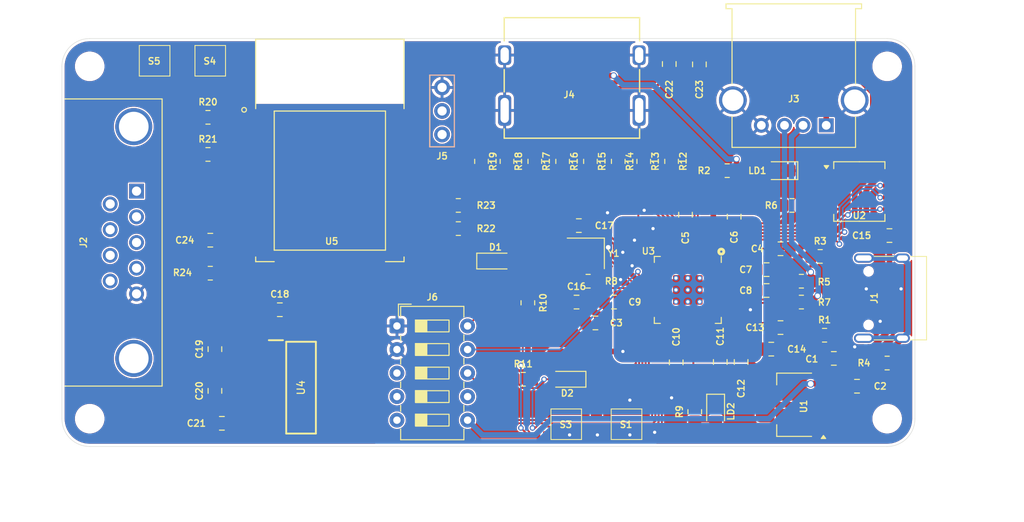
<source format=kicad_pcb>
(kicad_pcb (version 20241229) (generator "pcbnew") (generator_version "9.0")
  (title_block (title "MiniFRANK RM24") (date "2025-03-14") (rev "1.00") (company "Mikhail Matveev") (comment 1 "https://github.com/xtremespb/frank"))
  (layers (0 "F.Cu" signal) (2 "B.Cu" signal) (13 "F.Paste" user) (15 "B.Paste" user) (5 "F.SilkS" user "F.Silkscreen") (7 "B.SilkS" user "B.Silkscreen") (1 "F.Mask" user) (3 "B.Mask" user) (25 "Edge.Cuts" user))
  (net 0 "")
  (net 1 "GND")
  (net 2 "Net-(U3-VREG_VOUT)")
  (net 3 "+3V3")
  (net 4 "VBUS")
  (net 5 "Net-(C16-Pad1)")
  (net 6 "/RP2040/XIN")
  (net 7 "/RS232/V+")
  (net 8 "/RS232/C1-")
  (net 9 "/RS232/C1+")
  (net 10 "/RS232/C2-")
  (net 11 "/RS232/C2+")
  (net 12 "/RS232/V-")
  (net 13 "/RS232/CTS_MAX")
  (net 14 "/GPIO0")
  (net 15 "/GPIO1")
  (net 16 "/GPIO2")
  (net 17 "/GPIO3")
  (net 18 "/RS232/RX_MAX")
  (net 19 "Net-(J1-CC2)")
  (net 20 "Net-(J1-SHIELD)")
  (net 21 "Net-(J1-CC1)")
  (net 22 "/Power/D-")
  (net 23 "/Power/D+")
  (net 25 "/GPIO26")
  (net 27 "/GPIO27")
  (net 28 "/GPIO10")
  (net 29 "/D+")
  (net 30 "/D-")
  (net 31 "/GPIO11")
  (net 32 "/RS232/CTS_IN")
  (net 33 "Net-(J2-Pad1)")
  (net 34 "/RS232/RX_IN")
  (net 35 "/RS232/TX_IN")
  (net 36 "/GPIO21")
  (net 37 "/GPIO20")
  (net 39 "/RS232/RTS_IN")
  (net 40 "Net-(J4-CLKN)")
  (net 41 "Net-(J4-D0P)")
  (net 42 "Net-(J4-D2P)")
  (net 43 "/RUN")
  (net 44 "Net-(J4-CLKP)")
  (net 45 "Net-(J4-D0N)")
  (net 46 "Net-(J4-D1P)")
  (net 48 "Net-(J4-D2N)")
  (net 51 "/GPIO8")
  (net 52 "Net-(J4-D1N)")
  (net 55 "Net-(LD1-A)")
  (net 56 "Net-(LD2-A)")
  (net 57 "Net-(R6-Pad2)")
  (net 58 "/RP2040/QSPI_SS")
  (net 59 "/RP2040/XOUT")
  (net 60 "/RP2040/GPIO25")
  (net 61 "/RP2040/QSPI_SD3")
  (net 62 "/RP2040/QSPI_SD2")
  (net 63 "/RP2040/QSPI_SD1")
  (net 64 "/RP2040/QSPI_SCLK")
  (net 65 "/GPIO9")
  (net 66 "/GPIO12")
  (net 67 "/GPIO13")
  (net 68 "/GPIO14")
  (net 69 "/GPIO15")
  (net 70 "/GPIO16")
  (net 71 "/GPIO17")
  (net 72 "/GPIO18")
  (net 73 "/GPIO19")
  (net 74 "/RP2040/QSPI_SD0")
  (net 75 "/GPIO24")
  (net 76 "/GPIO28")
  (net 77 "/GPIO5")
  (net 78 "/GPIO7")
  (net 79 "/GPIO4")
  (net 80 "/GPIO22")
  (net 81 "/SWD")
  (net 82 "/GPIO6")
  (net 83 "/GPIO23")
  (net 84 "/GPIO29")
  (net 85 "/SWCLK")
  (net 86 "Net-(U3-USB_DP)")
  (net 87 "Net-(U3-USB_DM)")
  (net 88 "/RS232_VBUS")
  (net 89 "/ESP_RXD")
  (net 90 "Net-(U5-RESET)")
  (net 91 "Net-(U5-EN)")
  (net 92 "Net-(U5-IO15)")
  (net 93 "Net-(U5-IO2)")
  (net 94 "Net-(U5-IO0)")
  (net 95 "/ESP_TXD")
  (net 96 "/ESP_GPIO9")
  (net 97 "/ESP_GPIO13")
  (net 98 "/ESP_SCLK")
  (net 99 "/ESP_MISO")
  (net 101 "/ESP_GPIO14")
  (net 102 "/ESP_GPIO12")
  (net 103 "/ESP_GPIO16")
  (net 104 "/ESP_GPIO10")
  (net 105 "/ESP_CSO")
  (net 106 "/ESP_GPIO5")
  (net 107 "/ESP_ADC")
  (net 108 "/ESP_GPIO4")
  (net 109 "/ESP_MOSI")
  (footprint "FRANK:Capacitor (0805)" (layer "F.Cu") (at 135.0375 53.675 180)
    (property "Reference" "C3")
    (property "Value" "100n" (hide yes))
  )
  (footprint "FRANK:Capacitor (0805)" (layer "F.Cu") (at 94.75 64.5 180)
    (property "Reference" "C21")
    (property "Value" "1u" (hide yes))
  )
  (footprint "FRANK:Capacitor (0805)" (layer "F.Cu") (at 163.25 60.5)
    (property "Reference" "C2")
    (property "Value" "10u" (hide yes))
  )
  (footprint "FRANK:Resistor (0805)" (layer "F.Cu") (at 131.5 36.25 -90)
    (property "Reference" "R16")
    (property "Value" "270R" (hide yes))
  )
  (footprint "FRANK:Capacitor (0805)" (layer "F.Cu") (at 133 51.425)
    (property "Reference" "C16")
    (property "Value" "15p" (hide yes))
  )
  (footprint "FRANK:Resistor (0805)" (layer "F.Cu") (at 145.75 63.25 90)
    (property "Reference" "R9")
    (property "Value" "1K" (hide yes))
  )
  (footprint "FRANK:LED (0805)" (layer "F.Cu") (at 155 37.25 180)
    (property "Reference" "LD1")
    (property "Value" "Green" (hide yes))
  )
  (footprint "FRANK:SOT-223" (layer "F.Cu") (at 156.5 62.5 180)
    (property "Reference" "U1")
    (property "Value" "NCP1117 3.3" (hide yes))
  )
  (footprint "FRANK:Resistor (0805)" (layer "F.Cu") (at 122.75 36.25 -90)
    (property "Reference" "R19")
    (property "Value" "270R" (hide yes))
  )
  (footprint "FRANK:Capacitor (0805)" (layer "F.Cu") (at 143 25.75 -90)
    (property "Reference" "C22")
    (property "Value" "10u" (hide yes))
  )
  (footprint "FRANK:Diode (SOD-323)" (layer "F.Cu") (at 132 59.75 180)
    (property "Reference" "D2")
    (property "Value" "1N4148" (hide yes))
  )
  (footprint "FRANK:Resistor (0805)" (layer "F.Cu") (at 137.5 36.25 -90)
    (property "Reference" "R14")
    (property "Value" "270R" (hide yes))
  )
  (footprint "FRANK:Resistor (0805)" (layer "F.Cu") (at 157.25 51.425 180)
    (property "Reference" "R7")
    (property "Value" "27R" (hide yes))
  )
  (footprint "FRANK:SOIC-8" (layer "F.Cu") (at 163.5 39.5)
    (property "Reference" "U2")
    (property "Value" "W25Q128JVSIQ" (hide yes))
  )
  (footprint "FRANK:SOIC127P600X175-16N" (layer "F.Cu") (at 103.288 60.655)
    (property "Reference" "U4")
    (property "Value" "MAX232CSE+" (hide yes))
  )
  (footprint "FRANK:Resistor (0805)" (layer "F.Cu") (at 156.25 41)
    (property "Reference" "R6")
    (property "Value" "1K" (hide yes))
  )
  (footprint "FRANK:Mounting Hole (2.7mm)" (layer "F.Cu") (at 166.5 64)
    (property "Reference" "H3" (hide yes))
    (property "Value" "MountingHole" (hide yes))
  )
  (footprint "FRANK:Capacitor (0805)" (layer "F.Cu") (at 94 56.5 90)
    (property "Reference" "C19")
    (property "Value" "1u" (hide yes))
  )
  (footprint "FRANK:Resistor (0805)" (layer "F.Cu") (at 93.25 35.5)
    (property "Reference" "R21")
    (property "Value" "10K" (hide yes))
  )
  (footprint "FRANK:Resistor (0805)" (layer "F.Cu") (at 134.5 36.25 -90)
    (property "Reference" "R15")
    (property "Value" "270R" (hide yes))
  )
  (footprint "FRANK:LED (0805)" (layer "F.Cu") (at 148 63.225 -90)
    (property "Reference" "LD2")
    (property "Value" "BLUE" (hide yes))
  )
  (footprint "FRANK:Button (SMD, 3x3mm, 1-1)" (layer "F.Cu") (at 130.24 62.95)
    (property "Reference" "S3" (hide yes))
    (property "Value" "Boot" (hide yes))
  )
  (footprint "FRANK:Capacitor (0805)" (layer "F.Cu") (at 137.0375 51.425 180)
    (property "Reference" "C9")
    (property "Value" "100n" (hide yes))
  )
  (footprint "FRANK:USB Type A (single)" (layer "F.Cu") (at 159.93 32.36 180)
    (property "Reference" "J3")
    (property "Value" "676430910" (hide yes))
  )
  (footprint "FRANK:Resistor (0805)" (layer "F.Cu") (at 134.25 49.175 180)
    (property "Reference" "R8")
    (property "Value" "1K" (hide yes))
  )
  (footprint "FRANK:Resistor (0805)" (layer "F.Cu") (at 143.25 36.25 -90)
    (property "Reference" "R12")
    (property "Value" "270R" (hide yes))
  )
  (footprint "FRANK:Capacitor (0805)" (layer "F.Cu") (at 144.75 42 90)
    (property "Reference" "C5")
    (property "Value" "100n" (hide yes))
  )
  (footprint "FRANK:Button (SMD, 3x3mm, 1-1)" (layer "F.Cu") (at 136.74 62.95)
    (property "Reference" "S1" (hide yes))
    (property "Value" "Reset" (hide yes))
  )
  (footprint "FRANK:Mounting Hole (2.7mm)" (layer "F.Cu") (at 80.495 64)
    (property "Reference" "H4" (hide yes))
    (property "Value" "MountingHole" (hide yes))
  )
  (footprint "FRANK:Capacitor (0805)" (layer "F.Cu") (at 101 52.25)
    (property "Reference" "C18")
    (property "Value" "1u" (hide yes))
  )
  (footprint "FRANK:Capacitor (0805)" (layer "F.Cu") (at 94 61 90)
    (property "Reference" "C20")
    (property "Value" "1u" (hide yes))
  )
  (footprint "FRANK:Button (SMD, 3x3mm, 1-1)" (layer "F.Cu") (at 85.845 23.75)
    (property "Reference" "S5" (hide yes))
    (property "Value" "Flash" (hide yes))
  )
  (footprint "FRANK:Capacitor (0805)" (layer "F.Cu") (at 153.5 47.925)
    (property "Reference" "C7")
    (property "Value" "100n" (hide yes))
  )
  (footprint "FRANK:Resistor (0805)" (layer "F.Cu") (at 127.25 59.75)
    (property "Reference" "R11")
    (property "Value" "1K" (hide yes))
  )
  (footprint "FRANK:Capacitor (0805)" (layer "F.Cu") (at 143.75 57.925 -90)
    (property "Reference" "C10")
    (property "Value" "100n" (hide yes))
  )
  (footprint "FRANK:HDMI (female)" (layer "F.Cu") (at 132.5 30.75 180)
    (property "Reference" "J4")
    (property "Value" "HDMI Female" (hide yes))
  )
  (footprint "FRANK:Capacitor (0805)" (layer "F.Cu") (at 160.75 57.5)
    (property "Reference" "C1")
    (property "Value" "10u" (hide yes))
  )
  (footprint "FRANK:Capacitor (0805)" (layer "F.Cu") (at 150 42.2125 90)
    (property "Reference" "C6")
    (property "Value" "100n" (hide yes))
  )
  (footprint "FRANK:DIP Switch (5x5)" (layer "F.Cu") (at 113.63 54)
    (property "Reference" "J6")
    (property "Value" "SD04H0SB" (hide yes))
  )
  (footprint "FRANK:Pin Header (1x03)" (layer "F.Cu") (at 118.5 33.352 180)
    (property "Reference" "J5")
    (property "Value" "ESP8266 Prog" (hide yes))
  )
  (footprint "FRANK:Resistor (0805)" (layer "F.Cu") (at 120.25 43.5 180)
    (property "Reference" "R22")
    (property "Value" "10K" (hide yes))
  )
  (footprint "FRANK:Resistor (0805)" (layer "F.Cu") (at 157.25 49.175 180)
    (property "Reference" "R5")
    (property "Value" "27R" (hide yes))
  )
  (footprint "FRANK:Capacitor (0805)" (layer "F.Cu") (at 148.5 57.8875 -90)
    (property "Reference" "C11")
    (property "Value" "100n" (hide yes))
  )
  (footprint "FRANK:Resistor (0805)" (layer "F.Cu") (at 128.5 36.25 -90)
    (property "Reference" "R17")
    (property "Value" "270R" (hide yes))
  )
  (footprint "FRANK:Mounting Hole (2.7mm)" (layer "F.Cu") (at 80.495 26)
    (property "Reference" "H2" (hide yes))
    (property "Value" "MountingHole" (hide yes))
  )
  (footprint "FRANK:Resistor (0805)" (layer "F.Cu") (at 127.75 51.5 -90)
    (property "Reference" "R10")
    (property "Value" "1K" (hide yes))
  )
  (footprint "FRANK:Resistor (0805)" (layer "F.Cu") (at 93.5 48.31)
    (property "Reference" "R24")
    (property "Value" "10K" (hide yes))
  )
  (footprint "FRANK:ESP8266 ESP-12E" (layer "F.Cu") (at 106.39625 38.5625)
    (property "Reference" "U5")
    (property "Value" "ESP8266-12E_ESP-12E" (hide yes))
  )
  (footprint "FRANK:Capacitor (0805)" (layer "F.Cu") (at 155 54.175)
    (property "Reference" "C13")
    (property "Value" "1u" (hide yes))
  )
  (footprint "FRANK:Diode (SOD-323)" (layer "F.Cu") (at 124.25 47)
    (property "Reference" "D1")
    (property "Value" "1N4148" (hide yes))
  )
  (footprint "FRANK:Mounting Hole (2.7mm)" (layer "F.Cu") (at 166.5 26)
    (property "Reference" "H1" (hide yes))
    (property "Value" "MountingHole" (hide yes))
  )
  (footprint "FRANK:Resistor (0805)" (layer "F.Cu") (at 125.5 36.25 -90)
    (property "Reference" "R18")
    (property "Value" "270R" (hide yes))
  )
  (footprint "FRANK:Resistor (0805)" (layer "F.Cu") (at 159.75 55)
    (property "Reference" "R1")
    (property "Value" "5.1K" (hide yes))
  )
  (footprint "FRANK:Resistor (0805)" (layer "F.Cu") (at 149.25 37.25)
    (property "Reference" "R2")
    (property "Value" "1K" (hide yes))
  )
  (footprint "FRANK:Capacitor (0805)" (layer "F.Cu") (at 93.5 44.75 180)
    (property "Reference" "C24")
    (property "Value" "1u" (hide yes))
  )
  (footprint "FRANK:Resistor (0805)" (layer "F.Cu") (at 93.25 31.5)
    (property "Reference" "R20")
    (property "Value" "10K" (hide yes))
  )
  (footprint "FRANK:Capacitor (0805)" (layer "F.Cu") (at 155 45.675)
    (property "Reference" "C4")
    (property "Value" "100n" (hide yes))
  )
  (footprint "FRANK:Resistor (0805)" (layer "F.Cu") (at 140.25 36.25 -90)
    (property "Reference" "R13")
    (property "Value" "270R" (hide yes))
  )
  (footprint "FRANK:QFN 56" (layer "F.Cu") (at 145 50.1125 -90)
    (property "Reference" "U3")
    (property "Value" "RP2040" (hide yes))
  )
  (footprint "FRANK:Resistor (0805)" (layer "F.Cu") (at 159.279 46.5)
    (property "Reference" "R3")
    (property "Value" "5.1K" (hide yes))
  )
  (footprint "FRANK:Button (SMD, 3x3mm, 1-1)" (layer "F.Cu") (at 91.845 23.75)
    (property "Reference" "S4" (hide yes))
    (property "Value" "Reset" (hide yes))
  )
  (footprint "FRANK:Capacitor (0805)" (layer "F.Cu") (at 166.75 44.25)
    (property "Reference" "C15")
    (property "Value" "100n" (hide yes))
  )
  (footprint "FRANK:Crystal (3225)" (layer "F.Cu") (at 134 46.175 180)
    (property "Reference" "Y1")
    (property "Value" "12 MHz" (hide yes))
  )
  (footprint "FRANK:Capacitor (0805)" (layer "F.Cu") (at 133.25 43.175 180)
    (property "Reference" "C17")
    (property "Value" "15p" (hide yes))
  )
  (footprint "FRANK:Resistor (0805)" (layer "F.Cu") (at 120.25 41 180)
    (property "Reference" "R23")
    (property "Value" "10K" (hide yes))
  )
  (footprint "FRANK:Capacitor (0805)" (layer "F.Cu") (at 146.25 25.7875 90)
    (property "Reference" "C23")
    (property "Value" "100n" (hide yes))
  )
  (footprint "FRANK:Capacitor (0805)" (layer "F.Cu") (at 153.5 50.175)
    (property "Reference" "C8")
    (property "Value" "100n" (hide yes))
  )
  (footprint "FRANK:Capacitor (0805)" (layer "F.Cu") (at 154 56.5)
    (property "Reference" "C14")
    (property "Value" "1u" (hide yes))
  )
  (footprint "FRANK:USB Type C" (layer "F.Cu") (at 170.75 51 90)
    (property "Reference" "J1")
    (property "Value" "USB4215-03-A" (hide yes))
  )
  (footprint "FRANK:D-SUB (9 pin, male, top mount)" (layer "F.Cu") (at 85.545 39.46 -90)
    (property "Reference" "J2")
    (property "Value" "D-SUB 9 Male" (hide yes))
  )
  (footprint "FRANK:Capacitor (0805)" (layer "F.Cu") (at 150.75 57.8875 -90)
    (property "Reference" "C12")
    (property "Value" "100n" (hide yes))
  )
  (footprint "FRANK:Resistor (0805)" (layer "F.Cu") (at 166.5 58)
    (property "Reference" "R4")
    (property "Value" "1M" (hide yes))
  )
  (gr_line (start 80.495 67) (end 166.5 67) (stroke (width 0.05)) (layer "Edge.Cuts"))
  (gr_arc (start 80.495 67) (mid 78.373667 66.121327) (end 77.495 64) (stroke (width 0.05)) (layer "Edge.Cuts"))
  (gr_arc (start 77.495 26) (mid 78.373681 23.878687) (end 80.495 23) (stroke (width 0.05)) (layer "Edge.Cuts"))
  (gr_line (start 169.5 26) (end 169.5 64) (stroke (width 0.05)) (layer "Edge.Cuts"))
  (gr_arc (start 169.5 64) (mid 168.62132 66.12132) (end 166.5 67) (stroke (width 0.05)) (layer "Edge.Cuts"))
  (gr_line (start 77.495 26) (end 77.495 64) (stroke (width 0.05)) (layer "Edge.Cuts"))
  (gr_line (start 80.495 23) (end 166.5 23) (stroke (width 0.05)) (layer "Edge.Cuts"))
  (gr_arc (start 166.5 23) (mid 168.62132 23.87868) (end 169.5 26) (stroke (width 0.05)) (layer "Edge.Cuts"))
  (segment (start 136.415 45.522) (end 136.25 45.687) (width 0.3) (layer "F.Cu") (net 1))
  (segment (start 136.25 45.687) (end 136.25 45.75) (width 0.3) (layer "F.Cu") (net 1))
  (segment (start 141.5625 49.1125) (end 143.45 49.1125) (width 0.3) (layer "F.Cu") (net 1))
  (segment (start 143.45 49.1125) (end 143.725 48.8375) (width 0.3) (layer "F.Cu") (net 1))
  (segment (start 136.25 45.75) (end 139.6125 49.1125) (width 0.3) (layer "F.Cu") (net 1))
  (segment (start 139.6125 49.1125) (end 141.5625 49.1125) (width 0.3) (layer "F.Cu") (net 1))
  (via (at 163 56.25) (size 0.6) (drill 0.35) (layers "F.Cu" "B.Cu") (net 1))
  (via (at 132.25 65.75) (size 0.6) (drill 0.35) (layers "F.Cu" "B.Cu") (net 1))
  (via (at 136.415 45.522) (size 0.7) (drill 0.5) (layers "F.Cu" "B.Cu") (net 1))
  (via (at 141.425383 65.469103) (size 0.6) (drill 0.35) (layers "F.Cu" "B.Cu") (net 1))
  (via (at 138.75 65.75) (size 0.6) (drill 0.35) (layers "F.Cu" "B.Cu") (net 1))
  (via (at 164.25 50) (size 0.6) (drill 0.35) (layers "F.Cu" "B.Cu") (net 1))
  (via (at 138.75 62) (size 0.6) (drill 0.35) (layers "F.Cu" "B.Cu") (net 1))
  (via (at 143.25 61.75) (size 0.6) (drill 0.35) (layers "F.Cu" "B.Cu") (net 1))
  (via (at 135.25 65.75) (size 0.6) (drill 0.35) (layers "F.Cu" "B.Cu") (net 1))
  (via (at 165.75 53.5) (size 0.6) (drill 0.35) (layers "F.Cu" "B.Cu") (net 1))
  (via (at 136.339 41.789) (size 0.6) (drill 0.35) (layers "F.Cu" "B.Cu") (net 1))
  (via (at 168 50) (size 0.6) (drill 0.35) (layers "F.Cu" "B.Cu") (net 1))
  (via (at 140.297 41.527) (size 0.6) (drill 0.35) (layers "F.Cu" "B.Cu") (net 1))
  (segment (start 149.497552 51.9125) (end 151.260052 53.675) (width 0.2) (layer "F.Cu") (net 2))
  (segment (start 148.4375 49.9125) (end 149.758888 49.9125) (width 0.2) (layer "F.Cu") (net 2))
  (segment (start 152.232578 45.675) (end 153.9625 45.675) (width 0.2) (layer "F.Cu") (net 2))
  (segment (start 140.7125 50.7125) (end 137.75 53.675) (width 0.2) (layer "F.Cu") (net 2))
  (segment (start 148.4375 51.9125) (end 149.497552 51.9125) (width 0.2) (layer "F.Cu") (net 2))
  (segment (start 141.5625 50.7125) (end 140.7125 50.7125) (width 0.2) (layer "F.Cu") (net 2))
  (segment (start 151.509 46.398578) (end 152.232578 45.675) (width 0.2) (layer "F.Cu") (net 2))
  (segment (start 148.4375 51.9125) (end 147.0125 51.9125) (width 0.2) (layer "F.Cu") (net 2))
  (segment (start 148.4375 49.9125) (end 147.0125 49.9125) (width 0.2) (layer "F.Cu") (net 2))
  (segment (start 137.75 53.675) (end 136.075 53.675) (width 0.2) (layer "F.Cu") (net 2))
  (segment (start 151.509 48.162388) (end 151.509 46.398578) (width 0.2) (layer "F.Cu") (net 2))
  (segment (start 151.260052 53.675) (end 153.9625 53.675) (width 0.2) (layer "F.Cu") (net 2))
  (segment (start 141.5625 50.7125) (end 142.9625 50.7125) (width 0.2) (layer "F.Cu") (net 2))
  (segment (start 149.758888 49.9125) (end 151.509 48.162388) (width 0.2) (layer "F.Cu") (net 2))
  (segment (start 128.25 58.75) (end 130.25 56.75) (width 0.6) (layer "F.Cu") (net 3))
  (segment (start 164.25 39.302925) (end 165.957925 37.595) (width 0.6) (layer "F.Cu") (net 3))
  (segment (start 162.826 57.924) (end 164.479 56.271) (width 0.6) (layer "F.Cu") (net 3))
  (segment (start 124 27) (end 137 27) (width 0.6) (layer "F.Cu") (net 3))
  (segment (start 114.578188 30.35392) (end 115.25 29.682108) (width 0.6) (layer "F.Cu") (net 3))
  (segment (start 128.25 59.75) (end 128.25 58.75) (width 0.6) (layer "F.Cu") (net 3))
  (segment (start 121.343422 24.343422) (end 124 27) (width 0.6) (layer "F.Cu") (net 3))
  (segment (start 98.262562 30.35392) (end 114.578188 30.35392) (width 0.6) (layer "F.Cu") (net 3))
  (segment (start 93.491821 30.258179) (end 98.166821 30.258179) (width 0.6) (layer "F.Cu") (net 3))
  (segment (start 94.5375 37.7875) (end 92.25 35.5) (width 0.6) (layer "F.Cu") (net 3))
  (segment (start 150.25 36) (end 150.25 37.25) (width 0.6) (layer "F.Cu") (net 3))
  (segment (start 121 33.25) (end 121 40) (width 0.6) (layer "F.Cu") (net 3))
  (segment (start 122.25 32) (end 121 33.25) (width 0.6) (layer "F.Cu") (net 3))
  (segment (start 147.75 39.75) (end 147.75 43.25) (width 0.6) (layer "F.Cu") (net 3))
  (segment (start 153.35 59.45) (end 153.35 62.5) (width 0.6) (layer "F.Cu") (net 3))
  (segment (start 98.166821 30.258179) (end 98.262562 30.35392) (width 0.6) (layer "F.Cu") (net 3))
  (segment (start 128.25 59.75) (end 128.25 59.25) (width 0.6) (layer "F.Cu") (net 3))
  (segment (start 153.35 62.5) (end 159.65 62.5) (width 0.6) (layer "F.Cu") (net 3))
  (segment (start 98.89625 45.5625) (end 95.35 45.5625) (width 0.6) (layer "F.Cu") (net 3))
  (segment (start 121 40) (end 121.25 40.25) (width 0.6) (layer "F.Cu") (net 3))
  (segment (start 92.5 46.7875) (end 92.5 48.31) (width 0.6) (layer "F.Cu") (net 3))
  (segment (start 127.75 58.75) (end 127.75 52.5) (width 0.6) (layer "F.Cu") (net 3))
  (segment (start 115.25 29.682108) (end 115.25 26.25) (width 0.6) (layer "F.Cu") (net 3))
  (segment (start 94.5375 44.75) (end 92.5 46.7875) (width 0.6) (layer "F.Cu") (net 3))
  (segment (start 130.25 56.75) (end 138 56.75) (width 0.6) (layer "F.Cu") (net 3))
  (segment (start 160.2125 62.5) (end 162.2125 60.5) (width 0.6) (layer "F.Cu") (net 3))
  (segment (start 165.7125 44.25) (end 164.25 42.7875) (width 0.6) (layer "F.Cu") (net 3))
  (segment (start 122.25 25.25) (end 122.25 32) (width 0.6) (layer "F.Cu") (net 3))
  (segment (start 128.25 59.25) (end 127.75 58.75) (width 0.6) (layer "F.Cu") (net 3))
  (segment (start 92.25 35.5) (end 92.25 31.5) (width 0.6) (layer "F.Cu") (net 3))
  (segment (start 115.25 26.25) (end 117.156578 24.343422) (width 0.6) (layer "F.Cu") (net 3))
  (segment (start 121.343422 24.343422) (end 122.25 25.25) (width 0.6) (layer "F.Cu") (net 3))
  (segment (start 162.826 58.272292) (end 162.826 57.924) (width 0.6) (layer "F.Cu") (net 3))
  (segment (start 94.5375 44.75) (end 94.5375 37.7875) (width 0.6) (layer "F.Cu") (net 3))
  (segment (start 159.65 62.5) (end 160.2125 62.5) (width 0.6) (layer "F.Cu") (net 3))
  (segment (start 95.35 45.5625) (end 94.5375 44.75) (width 0.6) (layer "F.Cu") (net 3))
  (segment (start 150.25 37.25) (end 147.75 39.75) (width 0.6) (layer "F.Cu") (net 3))
  (segment (start 165.957925 37.595) (end 167 37.595) (width 0.6) (layer "F.Cu") (net 3))
  (segment (start 166.75 45.2875) (end 165.7125 44.25) (width 0.6) (layer "F.Cu") (net 3))
  (segment (start 164.479 56.271) (end 164.913917 56.271) (width 0.6) (layer "F.Cu") (net 3))
  (segment (start 162.2125 58.885792) (end 162.826 58.272292) (width 0.6) (layer "F.Cu") (net 3))
  (segment (start 166.75 54.434917) (end 166.75 45.2875) (width 0.6) (layer "F.Cu") (net 3))
  (segment (start 150.75 56.85) (end 153.35 59.45) (width 0.6) (layer "F.Cu") (net 3))
  (segment (start 92.25 31.5) (end 93.491821 30.258179) (width 0.6) (layer "F.Cu") (net 3))
  (segment (start 164.25 42.7875) (end 164.25 39.302925) (width 0.6) (layer "F.Cu") (net 3))
  (segment (start 117.156578 24.343422) (end 121.343422 24.343422) (width 0.6) (layer "F.Cu") (net 3))
  (segment (start 121.25 40.25) (end 121.25 41) (width 0.6) (layer "F.Cu") (net 3))
  (segment (start 164.913917 56.271) (end 166.75 54.434917) (width 0.6) (layer "F.Cu") (net 3))
  (segment (start 162.2125 60.5) (end 162.2125 58.885792) (width 0.6) (layer "F.Cu") (net 3))
  (via (at 151.75 52.25) (size 0.6) (drill 0.35) (layers "F.Cu" "B.Cu") (net 3))
  (via (at 137.987 46.056) (size 0.6) (drill 0.35) (layers "F.Cu" "B.Cu") (net 3))
  (via (at 141.25 43.5) (size 0.6) (drill 0.35) (layers "F.Cu" "B.Cu") (net 3))
  (via (at 139.25 44.75) (size 0.6) (drill 0.35) (layers "F.Cu" "B.Cu") (net 3))
  (via (at 138.994975 47.505025) (size 0.6) (drill 0.35) (layers "F.Cu" "B.Cu") (net 3))
  (via (at 137 27) (size 0.7) (drill 0.5) (layers "F.Cu" "B.Cu") (net 3))
  (via (at 138 56.75) (size 0.6) (drill 0.35) (layers "F.Cu" "B.Cu") (net 3))
  (via (at 150.25 36) (size 0.7) (drill 0.5) (layers "F.Cu" "B.Cu") (net 3))
  (via (at 137.75 49) (size 0.6) (drill 0.35) (layers "F.Cu" "B.Cu") (net 3))
  (segment (start 137 27) (end 138 28) (width 0.6) (layer "B.Cu") (net 3))
  (segment (start 138 28) (end 141.25 28) (width 0.6) (layer "B.Cu") (net 3))
  (segment (start 149.25 36) (end 150.25 36) (width 0.6) (layer "B.Cu") (net 3))
  (segment (start 141.25 28) (end 149.25 36) (width 0.6) (layer "B.Cu") (net 3))
  (segment (start 163.055 48.55) (end 162.03 48.55) (width 0.6) (layer "F.Cu") (net 4))
  (segment (start 148.6 27.25) (end 157.5 27.25) (width 0.6) (layer "F.Cu") (net 4))
  (segment (start 165.1115 49.748219) (end 163.913281 48.55) (width 0.3) (layer "F.Cu") (net 4))
  (segment (start 163.006 39.484851) (end 164.951 37.539851) (width 0.6) (layer "F.Cu") (net 4))
  (segment (start 161.75 48.27) (end 161.75 46.25) (width 0.6) (layer "F.Cu") (net 4))
  (segment (start 148.175 26.825) (end 148.6 27.25) (width 0.6) (layer "F.Cu") (net 4))
  (segment (start 161.903 53.45) (end 163.055 53.45) (width 0.6) (layer "F.Cu") (net 4))
  (segment (start 143.0375 26.825) (end 143 26.7875) (width 0.6) (layer "F.Cu") (net 4))
  (segment (start 162.03 48.55) (end 161.75 48.27) (width 0.6) (layer "F.Cu") (net 4))
  (segment (start 163.913281 48.55) (end 163.055 48.55) (width 0.3) (layer "F.Cu") (net 4))
  (segment (start 158.3 60.2) (end 158.25 60.25) (width 0.6) (layer "F.Cu") (net 4))
  (segment (start 161.879 53.474) (end 161.903 53.45) (width 0.6) (layer "F.Cu") (net 4))
  (segment (start 159.65 60.2) (end 158.3 60.2) (width 0.6) (layer "F.Cu") (net 4))
  (segment (start 141.5375 28.25) (end 143 26.7875) (width 0.3) (layer "F.Cu") (net 4))
  (segment (start 161.676 56.324) (end 161.879 56.121) (width 0.6) (layer "F.Cu") (net 4))
  (segment (start 165.1115 52.251781) (end 165.1115 49.748219) (width 0.3) (layer "F.Cu") (net 4))
  (segment (start 157.5 27.25) (end 159.93 29.68) (width 0.6) (layer "F.Cu") (net 4))
  (segment (start 163.913281 53.45) (end 165.1115 52.251781) (width 0.3) (layer "F.Cu") (net 4))
  (segment (start 164.951 37.539851) (end 164.951 28.841869) (width 0.6) (layer "F.Cu") (net 4))
  (segment (start 160.609131 24.5) (end 150.5 24.5) (width 0.6) (layer "F.Cu") (net 4))
  (segment (start 159.7125 60.1375) (end 159.65 60.2) (width 0.6) (layer "F.Cu") (net 4))
  (segment (start 137.25 28.25) (end 141.5375 28.25) (width 0.3) (layer "F.Cu") (net 4))
  (segment (start 161.879 56.121) (end 161.879 53.474) (width 0.6) (layer "F.Cu") (net 4))
  (segment (start 161.75 46.25) (end 163.006 44.994) (width 0.6) (layer "F.Cu") (net 4))
  (segment (start 159.7125 57.5) (end 160.8885 56.324) (width 0.6) (layer "F.Cu") (net 4))
  (segment (start 163.055 53.45) (end 163.913281 53.45) (width 0.3) (layer "F.Cu") (net 4))
  (segment (start 163.006 44.994) (end 163.006 39.484851) (width 0.6) (layer "F.Cu") (net 4))
  (segment (start 148.175 26.825) (end 146.25 26.825) (width 0.6) (layer "F.Cu") (net 4))
  (segment (start 159.93 29.68) (end 159.93 32.36) (width 0.6) (layer "F.Cu") (net 4))
  (segment (start 160.8885 56.324) (end 161.676 56.324) (width 0.6) (layer "F.Cu") (net 4))
  (segment (start 159.7125 57.5) (end 159.7125 60.1375) (width 0.6) (layer "F.Cu") (net 4))
  (segment (start 136.5 29) (end 137.25 28.25) (width 0.3) (layer "F.Cu") (net 4))
  (segment (start 136.5 31.51) (end 136.5 29) (width 0.3) (layer "F.Cu") (net 4))
  (segment (start 150.5 24.5) (end 148.175 26.825) (width 0.6) (layer "F.Cu") (net 4))
  (segment (start 164.951 28.841869) (end 160.609131 24.5) (width 0.6) (layer "F.Cu") (net 4))
  (segment (start 146.25 26.825) (end 143.0375 26.825) (width 0.6) (layer "F.Cu") (net 4))
  (via (at 158.25 60.25) (size 0.8) (drill 0.6) (layers "F.Cu" "B.Cu") (net 4))
  (segment (start 122.841 65.751) (end 121.25 64.16) (width 0.6) (layer "B.Cu") (net 4))
  (segment (start 130.312075 64) (end 128.561075 65.751) (width 0.6) (layer "B.Cu") (net 4))
  (segment (start 158.25 60.25) (end 157.5 60.25) (width 0.6) (layer "B.Cu") (net 4))
  (segment (start 153.75 64) (end 130.312075 64) (width 0.6) (layer "B.Cu") (net 4))
  (segment (start 157.5 60.25) (end 153.75 64) (width 0.6) (layer "B.Cu") (net 4))
  (segment (start 128.561075 65.751) (end 122.841 65.751) (width 0.6) (layer "B.Cu") (net 4))
  (segment (start 133.25 47.375) (end 132.9 47.025) (width 0.2) (layer "F.Cu") (net 5))
  (segment (start 133.25 50.1375) (end 133.25 49.175) (width 0.2) (layer "F.Cu") (net 5))
  (segment (start 131.9625 51.425) (end 133.25 50.1375) (width 0.2) (layer "F.Cu") (net 5))
  (segment (start 133.25 49.175) (end 133.25 47.375) (width 0.2) (layer "F.Cu") (net 5))
  (segment (start 136.35 46.600004) (end 136.35 46.575) (width 0.2) (layer "F.Cu") (net 6))
  (segment (start 139.262496 49.5125) (end 136.35 46.600004) (width 0.2) (layer "F.Cu") (net 6))
  (segment (start 141.5625 49.5125) (end 139.262496 49.5125) (width 0.2) (layer "F.Cu") (net 6))
  (segment (start 134.2875 43.175) (end 134.2875 44.5125) (width 0.3) (layer "F.Cu") (net 6))
  (segment (start 136.35 46.575) (end 135.1 45.325) (width 0.2) (layer "F.Cu") (net 6))
  (segment (start 134.2875 44.5125) (end 135.1 45.325) (width 0.3) (layer "F.Cu") (net 6))
  (segment (start 161.75 49.25) (end 160.279 47.779) (width 0.3) (layer "F.Cu") (net 19))
  (segment (start 160.279 47.779) (end 160.279 46.5) (width 0.3) (layer "F.Cu") (net 19))
  (segment (start 163.055 49.25) (end 161.75 49.25) (width 0.3) (layer "F.Cu") (net 19))
  (segment (start 165.5 58) (end 165.5 57.97) (width 0.6) (layer "F.Cu") (net 20))
  (segment (start 165.5 57.97) (end 168.15 55.32) (width 0.6) (layer "F.Cu") (net 20))
  (segment (start 168.751 47.281) (end 168.15 46.68) (width 0.6) (layer "B.Cu") (net 20))
  (segment (start 168.15 55.32) (end 168.751 54.719) (width 0.6) (layer "B.Cu") (net 20))
  (segment (start 163.97 46.68) (end 168.15 46.68) (width 0.6) (layer "B.Cu") (net 20))
  (segment (start 168.751 54.719) (end 168.751 47.281) (width 0.6) (layer "B.Cu") (net 20))
  (segment (start 163.97 55.32) (end 168.15 55.32) (width 0.6) (layer "B.Cu") (net 20))
  (segment (start 163.055 52.25) (end 162.03 52.25) (width 0.3) (layer "F.Cu") (net 21))
  (segment (start 162.03 52.25) (end 160.75 53.53) (width 0.3) (layer "F.Cu") (net 21))
  (segment (start 160.75 53.53) (end 160.75 55) (width 0.3) (layer "F.Cu") (net 21))
  (segment (start 164.081 50.799) (end 164.081 51.749) (width 0.3) (layer "F.Cu") (net 22))
  (segment (start 163.055 50.75) (end 164.032 50.75) (width 0.3) (layer "F.Cu") (net 22))
  (segment (start 164.081 51.749) (end 164.08 51.75) (width 0.3) (layer "F.Cu") (net 22))
  (segment (start 164.08 51.75) (end 163.055 51.75) (width 0.3) (layer "F.Cu") (net 22))
  (segment (start 164.032 50.75) (end 164.081 50.799) (width 0.3) (layer "F.Cu") (net 22))
  (segment (start 162.029 51.249) (end 162.03 51.25) (width 0.3) (layer "F.Cu") (net 23))
  (segment (start 162.029 50.299) (end 162.029 51.249) (width 0.3) (layer "F.Cu") (net 23))
  (segment (start 162.078 50.25) (end 162.029 50.299) (width 0.3) (layer "F.Cu") (net 23))
  (segment (start 162.03 51.25) (end 163.055 51.25) (width 0.3) (layer "F.Cu") (net 23))
  (segment (start 163.055 50.25) (end 162.078 50.25) (width 0.3) (layer "F.Cu") (net 23))
  (segment (start 131.5 37.25) (end 131.5 38) (width 0.2) (layer "F.Cu") (net 28))
  (segment (start 140.623999 40.399) (end 142.8 42.575001) (width 0.2) (layer "F.Cu") (net 28))
  (segment (start 133.899 40.399) (end 140.623999 40.399) (width 0.2) (layer "F.Cu") (net 28))
  (segment (start 131.5 38) (end 133.899 40.399) (width 0.2) (layer "F.Cu") (net 28))
  (segment (start 142.8 42.575001) (end 142.8 46.675) (width 0.2) (layer "F.Cu") (net 28))
  (segment (start 158.267569 49.157431) (end 158.25 49.175) (width 0.6) (layer "F.Cu") (net 29))
  (segment (start 158.267569 48.195601) (end 158.267569 49.157431) (width 0.6) (layer "F.Cu") (net 29))
  (via (at 158.267569 48.195601) (size 0.7) (drill 0.5) (layers "F.Cu" "B.Cu") (net 29))
  (segment (start 155.43 45.28732) (end 155.43 32.36) (width 0.6) (layer "B.Cu") (net 29))
  (segment (start 158.267569 48.195601) (end 158.267569 48.124889) (width 0.6) (layer "B.Cu") (net 29))
  (segment (start 158.267569 48.124889) (end 155.43 45.28732) (width 0.6) (layer "B.Cu") (net 29))
  (segment (start 158.25 51.425) (end 158.325 51.425) (width 0.6) (layer "F.Cu") (net 30))
  (segment (start 158.325 51.425) (end 159 50.75) (width 0.6) (layer "F.Cu") (net 30))
  (via (at 159 50.75) (size 0.7) (drill 0.5) (layers "F.Cu" "B.Cu") (net 30))
  (segment (start 156.181 33.609) (end 157.43 32.36) (width 0.6) (layer "B.Cu") (net 30))
  (segment (start 156.181 44.976246) (end 156.181 33.609) (width 0.6) (layer "B.Cu") (net 30))
  (segment (start 159.068569 50.681431) (end 159.068569 47.863815) (width 0.6) (layer "B.Cu") (net 30))
  (segment (start 159.068569 47.863815) (end 156.181 44.976246) (width 0.6) (layer "B.Cu") (net 30))
  (segment (start 159 50.75) (end 159.068569 50.681431) (width 0.6) (layer "B.Cu") (net 30))
  (segment (start 140.478611 40.75) (end 142.4 42.671389) (width 0.2) (layer "F.Cu") (net 31))
  (segment (start 142.4 42.671389) (end 142.4 46.675) (width 0.2) (layer "F.Cu") (net 31))
  (segment (start 128.5 37.25) (end 132 40.75) (width 0.2) (layer "F.Cu") (net 31))
  (segment (start 132 40.75) (end 140.478611 40.75) (width 0.2) (layer "F.Cu") (net 31))
  (segment (start 133.5 33.11) (end 133.738 33.348) (width 0.3) (layer "F.Cu") (net 40))
  (segment (start 141.61219 33.61219) (end 143.25 35.25) (width 0.3) (layer "F.Cu") (net 40))
  (segment (start 136.88681 33.348) (end 137.151 33.61219) (width 0.3) (layer "F.Cu") (net 40))
  (segment (start 137.151 33.61219) (end 141.61219 33.61219) (width 0.3) (layer "F.Cu") (net 40))
  (segment (start 133.738 33.348) (end 136.88681 33.348) (width 0.3) (layer "F.Cu") (net 40))
  (segment (start 133.5 31.51) (end 133.5 33.11) (width 0.3) (layer "F.Cu") (net 40))
  (segment (start 133.08616 35.25) (end 134.5 35.25) (width 0.3) (layer "F.Cu") (net 41))
  (segment (start 131 33.16384) (end 133.08616 35.25) (width 0.3) (layer "F.Cu") (net 41))
  (segment (start 131 31.51) (end 131 33.16384) (width 0.3) (layer "F.Cu") (net 41))
  (segment (start 128 32.75) (end 127.25 33.5) (width 0.3) (layer "F.Cu") (net 42))
  (segment (start 123.25 33.5) (end 122.75 34) (width 0.3) (layer "F.Cu") (net 42))
  (segment (start 127.25 33.5) (end 123.25 33.5) (width 0.3) (layer "F.Cu") (net 42))
  (segment (start 122.75 34) (end 122.75 35.25) (width 0.3) (layer "F.Cu") (net 42))
  (segment (start 128 31.51) (end 128 32.75) (width 0.3) (layer "F.Cu") (net 42))
  (segment (start 139.398 58.027) (end 139 58.425) (width 0.2) (layer "F.Cu") (net 43))
  (segment (start 136.29 63.495) (end 140.5 63.495) (width 0.2) (layer "F.Cu") (net 43))
  (segment (start 136.25 63.455) (end 136.29 63.495) (width 0.2) (layer "F.Cu") (net 43))
  (segment (start 140.7625 51.9125) (end 139.398 53.277) (width 0.2) (layer "F.Cu") (net 43))
  (segment (start 139.398 53.277) (end 139.398 58.027) (width 0.2) (layer "F.Cu") (net 43))
  (segment (start 137.575 58.425) (end 136.25 59.75) (width 0.2) (layer "F.Cu") (net 43))
  (segment (start 141.5625 51.9125) (end 140.7625 51.9125) (width 0.2) (layer "F.Cu") (net 43))
  (segment (start 136.25 59.75) (end 136.25 63.455) (width 0.2) (layer "F.Cu") (net 43))
  (segment (start 139 58.425) (end 137.575 58.425) (width 0.2) (layer "F.Cu") (net 43))
  (segment (start 133.32681 33.799) (end 136.7 33.799) (width 0.3) (layer "F.Cu") (net 44))
  (segment (start 132.5 31.51) (end 132.5 32.97219) (width 0.3) (layer "F.Cu") (net 44))
  (segment (start 132.5 32.97219) (end 133.32681 33.799) (width 0.3) (layer "F.Cu") (net 44))
  (segment (start 139.349 34.349) (end 140.25 35.25) (width 0.3) (layer "F.Cu") (net 44))
  (segment (start 137.25 34.349) (end 139.349 34.349) (width 0.3) (layer "F.Cu") (net 44))
  (segment (start 136.7 33.799) (end 137.25 34.349) (width 0.3) (layer "F.Cu") (net 44))
  (segment (start 133.14 34.25) (end 136.5 34.25) (width 0.3) (layer "F.Cu") (net 45))
  (segment (start 132 33.11) (end 133.14 34.25) (width 0.3) (layer "F.Cu") (net 45))
  (segment (start 136.5 34.25) (end 137.5 35.25) (width 0.3) (layer "F.Cu") (net 45))
  (segment (start 132 31.51) (end 132 33.11) (width 0.3) (layer "F.Cu") (net 45))
  (segment (start 129.5 34.25) (end 128.5 35.25) (width 0.3) (layer "F.Cu") (net 46))
  (segment (start 129.5 31.51) (end 129.5 34.25) (width 0.3) (layer "F.Cu") (net 46))
  (segment (start 126 34) (end 125.5 34.5) (width 0.3) (layer "F.Cu") (net 48))
  (segment (start 125.5 34.5) (end 125.5 35.25) (width 0.3) (layer "F.Cu") (net 48))
  (segment (start 128.11 34) (end 126 34) (width 0.3) (layer "F.Cu") (net 48))
  (segment (start 129 33.11) (end 128.11 34) (width 0.3) (layer "F.Cu") (net 48))
  (segment (start 129 31.51) (end 129 33.11) (width 0.3) (layer "F.Cu") (net 48))
  (segment (start 137.5 37.25) (end 137.5 38) (width 0.2) (layer "F.Cu") (net 51))
  (segment (start 139.197 39.697) (end 140.914776 39.697) (width 0.2) (layer "F.Cu") (net 51))
  (segment (start 143.6 42.382224) (end 143.6 46.675) (width 0.2) (layer "F.Cu") (net 51))
  (segment (start 137.5 38) (end 139.197 39.697) (width 0.2) (layer "F.Cu") (net 51))
  (segment (start 140.914776 39.697) (end 143.6 42.382224) (width 0.2) (layer "F.Cu") (net 51))
  (segment (start 130.5 31.51) (end 130.5 34.25) (width 0.3) (layer "F.Cu") (net 52))
  (segment (start 130.5 34.25) (end 131.5 35.25) (width 0.3) (layer "F.Cu") (net 52))
  (segment (start 145.75 64.25) (end 148 64.25) (width 0.3) (layer "F.Cu") (net 56))
  (segment (start 129.79 63.495) (end 134 63.495) (width 0.2) (layer "F.Cu") (net 57))
  (segment (start 149.3865 45.539915) (end 151.25 43.676416) (width 0.2) (layer "F.Cu") (net 58))
  (segment (start 155.25 42) (end 155.25 41) (width 0.2) (layer "F.Cu") (net 58))
  (segment (start 154.325 42.925) (end 155.25 42) (width 0.2) (layer "F.Cu") (net 58))
  (segment (start 151.25 43.675) (end 152 42.925) (width 0.2) (layer "F.Cu") (net 58))
  (segment (start 152 42.925) (end 154.325 42.925) (width 0.2) (layer "F.Cu") (net 58))
  (segment (start 148.4375 47.5125) (end 149.1625 47.5125) (width 0.2) (layer "F.Cu") (net 58))
  (segment (start 149.3865 47.2885) (end 149.3865 45.539915) (width 0.2) (layer "F.Cu") (net 58))
  (segment (start 151.25 43.676416) (end 151.25 43.675) (width 0.2) (layer "F.Cu") (net 58))
  (segment (start 149.1625 47.5125) (end 149.3865 47.2885) (width 0.2) (layer "F.Cu") (net 58))
  (segment (start 141.5625 49.9125) (end 135.9875 49.9125) (width 0.2) (layer "F.Cu") (net 59))
  (segment (start 135.9875 49.9125) (end 135.25 49.175) (width 0.2) (layer "F.Cu") (net 59))
  (segment (start 145.6 53.55) (end 145.6 58.775) (width 0.2) (layer "F.Cu") (net 60))
  (segment (start 145.6 58.775) (end 145.75 58.925) (width 0.2) (layer "F.Cu") (net 60))
  (segment (start 145.75 58.925) (end 145.75 62.25) (width 0.2) (layer "F.Cu") (net 60))
  (segment (start 148.4375 49.5125) (end 149.6625 49.5125) (width 0.2) (layer "F.Cu") (net 61))
  (segment (start 165.75 38.865) (end 167 38.865) (width 0.2) (layer "F.Cu") (net 61))
  (segment (start 160.877 44.685) (end 161.354 45.162) (width 0.2) (layer "F.Cu") (net 61))
  (segment (start 151.158 46.25319) (end 152.72619 44.685) (width 0.2) (layer "F.Cu") (net 61))
  (segment (start 151.158 48.017) (end 151.158 46.25319) (width 0.2) (layer "F.Cu") (net 61))
  (segment (start 149.6625 49.5125) (end 151.158 48.017) (width 0.2) (layer "F.Cu") (net 61))
  (segment (start 153.912679 44.685) (end 160.877 44.685) (width 0.2) (layer "F.Cu") (net 61))
  (segment (start 152.72619 44.685) (end 153.912679 44.685) (width 0.2) (layer "F.Cu") (net 61))
  (via (at 165.75 38.865) (size 0.6) (drill 0.35) (layers "F.Cu" "B.Cu") (net 61))
  (via (at 161.354 45.162) (size 0.6) (drill 0.35) (layers "F.Cu" "B.Cu") (net 61))
  (segment (start 163.635 38.865) (end 161.354 41.146) (width 0.2) (layer "B.Cu") (net 61))
  (segment (start 161.354 41.146) (end 161.354 45.162) (width 0.2) (layer "B.Cu") (net 61))
  (segment (start 165.75 38.865) (end 163.635 38.865) (width 0.2) (layer "B.Cu") (net 61))
  (segment (start 152.291608 43.629) (end 156.632836 43.629) (width 0.2) (layer "F.Cu") (net 62))
  (segment (start 148.4375 48.3125) (end 149.355277 48.3125) (width 0.2) (layer "F.Cu") (net 62))
  (segment (start 158.605 41.656836) (end 158.605 40.580001) (width 0.2) (layer "F.Cu") (net 62))
  (segment (start 150.102 47.565777) (end 150.102 45.818608) (width 0.2) (layer "F.Cu") (net 62))
  (segment (start 156.632836 43.629) (end 158.605 41.656836) (width 0.2) (layer "F.Cu") (net 62))
  (segment (start 150.102 45.818608) (end 152.291608 43.629) (width 0.2) (layer "F.Cu") (net 62))
  (segment (start 158.605 40.580001) (end 159.050001 40.135) (width 0.2) (layer "F.Cu") (net 62))
  (segment (start 159.050001 40.135) (end 160 40.135) (width 0.2) (layer "F.Cu") (net 62))
  (segment (start 149.355277 48.3125) (end 150.102 47.565777) (width 0.2) (layer "F.Cu") (net 62))
  (segment (start 149.7375 45.685304) (end 152.145804 43.277) (width 0.2) (layer "F.Cu") (net 63))
  (segment (start 158.254 39.413) (end 158.802 38.865) (width 0.2) (layer "F.Cu") (net 63))
  (segment (start 158.254 41.511448) (end 158.254 39.413) (width 0.2) (layer "F.Cu") (net 63))
  (segment (start 156.488448 43.277) (end 158.254 41.511448) (width 0.2) (layer "F.Cu") (net 63))
  (segment (start 149.258888 47.9125) (end 149.7375 47.433888) (width 0.2) (layer "F.Cu") (net 63))
  (segment (start 149.7375 47.433888) (end 149.7375 45.685304) (width 0.2) (layer "F.Cu") (net 63))
  (segment (start 152.145804 43.277) (end 156.488448 43.277) (width 0.2) (layer "F.Cu") (net 63))
  (segment (start 158.802 38.865) (end 160 38.865) (width 0.2) (layer "F.Cu") (net 63))
  (segment (start 148.4375 47.9125) (end 149.258888 47.9125) (width 0.2) (layer "F.Cu") (net 63))
  (segment (start 161.167 44.333) (end 153.636 44.333) (width 0.2) (layer "F.Cu") (net 64))
  (segment (start 150.806 47.854553) (end 150.806 46.110216) (width 0.2) (layer "F.Cu") (net 64))
  (segment (start 152.583216 44.333) (end 153.636 44.333) (width 0.2) (layer "F.Cu") (net 64))
  (segment (start 165.75 40.153) (end 166.982 40.153) (width 0.2) (layer "F.Cu") (net 64))
  (segment (start 161.904 43.875) (end 161.625 43.875) (width 0.2) (layer "F.Cu") (net 64))
  (segment (start 148.4375 49.1125) (end 149.548053 49.1125) (width 0.2) (layer "F.Cu") (net 64))
  (segment (start 150.806 46.110216) (end 152.583216 44.333) (width 0.2) (layer "F.Cu") (net 64))
  (segment (start 153.636 44.333) (end 153.766876 44.333) (width 0.2) (layer "F.Cu") (net 64))
  (segment (start 161.625 43.875) (end 161.167 44.333) (width 0.2) (layer "F.Cu") (net 64))
  (segment (start 149.548053 49.1125) (end 150.806 47.854553) (width 0.2) (layer "F.Cu") (net 64))
  (segment (start 166.982 40.153) (end 167 40.135) (width 0.2) (layer "F.Cu") (net 64))
  (via (at 161.904 43.875) (size 0.6) (drill 0.35) (layers "F.Cu" "B.Cu") (net 64))
  (via (at 165.75 40.153) (size 0.6) (drill 0.35) (layers "F.Cu" "B.Cu") (net 64))
  (segment (start 161.705 43.676) (end 161.705 41.291388) (width 0.2) (layer "B.Cu") (net 64))
  (segment (start 161.705 41.291388) (end 163.780388 39.216) (width 0.2) (layer "B.Cu") (net 64))
  (segment (start 163.780388 39.216) (end 164.813 39.216) (width 0.2) (layer "B.Cu") (net 64))
  (segment (start 164.813 39.216) (end 165.75 40.153) (width 0.2) (layer "B.Cu") (net 64))
  (segment (start 161.904 43.875) (end 161.705 43.676) (width 0.2) (layer "B.Cu") (net 64))
  (segment (start 134.5 38) (end 136.548 40.048) (width 0.2) (layer "F.Cu") (net 65))
  (segment (start 143.2 42.478612) (end 143.2 46.675) (width 0.2) (layer "F.Cu") (net 65))
  (segment (start 134.5 37.25) (end 134.5 38) (width 0.2) (layer "F.Cu") (net 65))
  (segment (start 140.769387 40.048) (end 143.2 42.478612) (width 0.2) (layer "F.Cu") (net 65))
  (segment (start 136.548 40.048) (end 140.769387 40.048) (width 0.2) (layer "F.Cu") (net 65))
  (segment (start 125.5 37.25) (end 129.402612 41.152612) (width 0.2) (layer "F.Cu") (net 66))
  (segment (start 139.093363 41.152612) (end 139.663 41.722249) (width 0.2) (layer "F.Cu") (net 66))
  (segment (start 139.801 46.539042) (end 140.774458 47.5125) (width 0.2) (layer "F.Cu") (net 66))
  (segment (start 139.663 44.383768) (end 139.801 44.521768) (width 0.2) (layer "F.Cu") (net 66))
  (segment (start 139.663 41.722249) (end 139.663 44.383768) (width 0.2) (layer "F.Cu") (net 66))
  (segment (start 139.801 44.521768) (end 139.801 46.539042) (width 0.2) (layer "F.Cu") (net 66))
  (segment (start 140.774458 47.5125) (end 141.5625 47.5125) (width 0.2) (layer "F.Cu") (net 66))
  (segment (start 129.402612 41.152612) (end 139.093363 41.152612) (width 0.2) (layer "F.Cu") (net 66))
  (segment (start 135.630232 41.883843) (end 135.25 41.503612) (width 0.2) (layer "F.Cu") (net 67))
  (segment (start 141.5625 47.9125) (end 140.521975 47.9125) (width 0.2) (layer "F.Cu") (net 67))
  (segment (start 140.521975 47.9125) (end 140.521975 47.756405) (width 0.2) (layer "F.Cu") (net 67))
  (segment (start 140.521975 47.756405) (end 137.80757 45.042) (width 0.2) (layer "F.Cu") (net 67))
  (segment (start 127.003612 41.503612) (end 122.75 37.25) (width 0.2) (layer "F.Cu") (net 67))
  (segment (start 135.630232 43.296232) (end 135.630232 41.883843) (width 0.2) (layer "F.Cu") (net 67))
  (segment (start 135.25 41.503612) (end 127.003612 41.503612) (width 0.2) (layer "F.Cu") (net 67))
  (segment (start 137.376 45.042) (end 135.630232 43.296232) (width 0.2) (layer "F.Cu") (net 67))
  (segment (start 137.80757 45.042) (end 137.376 45.042) (width 0.2) (layer "F.Cu") (net 67))
  (segment (start 124.75 50.25) (end 124.75 50.5) (width 0.2) (layer "F.Cu") (net 68))
  (segment (start 139.169946 46.900764) (end 137.967864 46.900764) (width 0.2) (layer "F.Cu") (net 68))
  (segment (start 137.967864 46.900764) (end 137.025 45.9579) (width 0.2) (layer "F.Cu") (net 68))
  (segment (start 132.815448 42.25) (end 132.764448 42.199) (width 0.2) (layer "F.Cu") (net 68))
  (segment (start 140.170975 48.3125) (end 140.170975 47.901793) (width 0.2) (layer "F.Cu") (net 68))
  (segment (start 133.684552 42.25) (end 132.815448 42.25) (width 0.2) (layer "F.Cu") (net 68))
  (segment (start 129.25 45.75) (end 124.75 50.25) (width 0.2) (layer "F.Cu") (net 68))
  (segment (start 141.5625 48.3125) (end 140.170975 48.3125) (width 0.2) (layer "F.Cu") (net 68))
  (segment (start 137.025 45.187388) (end 135.126 43.288388) (width 0.2) (layer "F.Cu") (net 68))
  (segment (start 135.126 42.215536) (end 135.109464 42.199) (width 0.2) (layer "F.Cu") (net 68))
  (segment (start 124.75 50.5) (end 121.25 54) (width 0.2) (layer "F.Cu") (net 68))
  (segment (start 137.025 45.9579) (end 137.025 45.187388) (width 0.2) (layer "F.Cu") (net 68))
  (segment (start 140.170975 47.901793) (end 139.169946 46.900764) (width 0.2) (layer "F.Cu") (net 68))
  (segment (start 135.109464 42.199) (end 133.735552 42.199) (width 0.2) (layer "F.Cu") (net 68))
  (segment (start 132.764448 42.199) (end 130.796 42.199) (width 0.2) (layer "F.Cu") (net 68))
  (segment (start 130.796 42.199) (end 129.25 43.745) (width 0.2) (layer "F.Cu") (net 68))
  (segment (start 133.735552 42.199) (end 133.684552 42.25) (width 0.2) (layer "F.Cu") (net 68))
  (segment (start 129.25 43.745) (end 129.25 45.75) (width 0.2) (layer "F.Cu") (net 68))
  (segment (start 135.126 43.288388) (end 135.126 42.215536) (width 0.2) (layer "F.Cu") (net 68))
  (segment (start 139.619975 48.380025) (end 139.619975 48.130025) (width 0.2) (layer "F.Cu") (net 69))
  (segment (start 139.95245 48.7125) (end 139.619975 48.380025) (width 0.2) (layer "F.Cu") (net 69))
  (segment (start 141.5625 48.7125) (end 139.95245 48.7125) (width 0.2) (layer "F.Cu") (net 69))
  (via (at 139.619975 48.130025) (size 0.6) (drill 0.35) (layers "F.Cu" "B.Cu") (net 69))
  (segment (start 131.21 56.54) (end 139.619975 48.130025) (width 0.2) (layer "B.Cu") (net 69))
  (segment (start 121.25 56.54) (end 131.21 56.54) (width 0.2) (layer "B.Cu") (net 69))
  (segment (start 126.316 64.146) (end 121.25 59.08) (width 0.2) (layer "F.Cu") (net 70))
  (segment (start 139.75 60) (end 141.151 61.401) (width 0.2) (layer "F.Cu") (net 70))
  (segment (start 140.8625 52.3125) (end 139.75 53.425) (width 0.2) (layer "F.Cu") (net 70))
  (segment (start 139.75 53.425) (end 139.75 60) (width 0.2) (layer "F.Cu") (net 70))
  (segment (start 141.151 61.401) (end 141.151 64.00262) (width 0.2) (layer "F.Cu") (net 70))
  (segment (start 141.00762 64.146) (end 126.316 64.146) (width 0.2) (layer "F.Cu") (net 70))
  (segment (start 141.5625 52.3125) (end 140.8625 52.3125) (width 0.2) (layer "F.Cu") (net 70))
  (segment (start 141.151 64.00262) (end 141.00762 64.146) (width 0.2) (layer "F.Cu") (net 70))
  (segment (start 140.958888 52.7125) (end 140.373194 53.298194) (width 0.2) (layer "F.Cu") (net 71))
  (segment (start 129.032844 64.5) (end 128.532844 65) (width 0.2) (layer "F.Cu") (net 71))
  (segment (start 140.101 59.854613) (end 141.502 61.255612) (width 0.2) (layer "F.Cu") (net 71))
  (segment (start 141.5625 52.7125) (end 140.958888 52.7125) (width 0.2) (layer "F.Cu") (net 71))
  (segment (start 140.101 58.351) (end 140.101 58.425) (width 0.2) (layer "F.Cu") (net 71))
  (segment (start 128.814448 60.701) (end 127.201 60.701) (width 0.2) (layer "F.Cu") (net 71))
  (segment (start 129.5 59.75) (end 129.5 60.015448) (width 0.2) (layer "F.Cu") (net 71))
  (segment (start 140.101 53.570388) (end 140.101 58.351) (width 0.2) (layer "F.Cu") (net 71))
  (segment (start 141.502 61.255612) (end 141.502 64.248) (width 0.2) (layer "F.Cu") (net 71))
  (segment (start 141.502 64.248) (end 141.25 64.5) (width 0.2) (layer "F.Cu") (net 71))
  (segment (start 140.101 58.351) (end 140.101 59.854613) (width 0.2) (layer "F.Cu") (net 71))
  (segment (start 127.201 60.701) (end 126.25 59.75) (width 0.2) (layer "F.Cu") (net 71))
  (segment (start 141.25 64.5) (end 129.032844 64.5) (width 0.2) (layer "F.Cu") (net 71))
  (segment (start 129.5 60.015448) (end 128.814448 60.701) (width 0.2) (layer "F.Cu") (net 71))
  (segment (start 128.532844 65) (end 128.25 65) (width 0.2) (layer "F.Cu") (net 71))
  (segment (start 140.373194 53.298194) (end 140.101 53.570388) (width 0.2) (layer "F.Cu") (net 71))
  (segment (start 129.5 59.75) (end 130.75 59.75) (width 0.2) (layer "F.Cu") (net 71))
  (via (at 129.5 59.75) (size 0.6) (drill 0.35) (layers "F.Cu" "B.Cu") (net 71))
  (via (at 128.25 65) (size 0.6) (drill 0.35) (layers "F.Cu" "B.Cu") (net 71))
  (segment (start 128.25 61) (end 129.5 59.75) (width 0.2) (layer "B.Cu") (net 71))
  (segment (start 128.25 65) (end 128.25 61) (width 0.2) (layer "B.Cu") (net 71))
  (segment (start 141.395388 64.851) (end 129.178232 64.851) (width 0.2) (layer "F.Cu") (net 72))
  (segment (start 129.178232 64.851) (end 128.279232 65.75) (width 0.2) (layer "F.Cu") (net 72))
  (segment (start 141.853 61.110224) (end 141.853 64.393388) (width 0.2) (layer "F.Cu") (net 72))
  (segment (start 127.75 65.75) (end 127 65) (width 0.2) (layer "F.Cu") (net 72))
  (segment (start 126.799 51.451) (end 127.75 50.5) (width 0.2) (layer "F.Cu") (net 72))
  (segment (start 142.4 53.55) (end 142.4 54.275) (width 0.2) (layer "F.Cu") (net 72))
  (segment (start 127.199 53.464448) (end 126.799 53.064448) (width 0.2) (layer "F.Cu") (net 72))
  (segment (start 128.279232 65.75) (end 127.75 65.75) (width 0.2) (layer "F.Cu") (net 72))
  (segment (start 142.4 54.275) (end 140.452 56.222999) (width 0.2) (layer "F.Cu") (net 72))
  (segment (start 126.799 53.064448) (end 126.799 51.451) (width 0.2) (layer "F.Cu") (net 72))
  (segment (start 140.452 56.222999) (end 140.452 59.709224) (width 0.2) (layer "F.Cu") (net 72))
  (segment (start 141.853 64.393388) (end 141.395388 64.851) (width 0.2) (layer "F.Cu") (net 72))
  (segment (start 140.452 59.709224) (end 141.853 61.110224) (width 0.2) (layer "F.Cu") (net 72))
  (segment (start 127 58.25) (end 127.199 58.051) (width 0.2) (layer "F.Cu") (net 72))
  (segment (start 127.199 58.051) (end 127.199 53.464448) (width 0.2) (layer "F.Cu") (net 72))
  (via (at 127 65) (size 0.6) (drill 0.35) (layers "F.Cu" "B.Cu") (net 72))
  (via (at 127 58.25) (size 0.6) (drill 0.35) (layers "F.Cu" "B.Cu") (net 72))
  (segment (start 127 65) (end 127 58.25) (width 0.2) (layer "B.Cu") (net 72))
  (segment (start 142.8 53.55) (end 142.8 54.375) (width 0.2) (layer "F.Cu") (net 73))
  (segment (start 111.491 66.401) (end 108.92 63.83) (width 0.2) (layer "F.Cu") (net 73))
  (segment (start 142.8 54.375) (end 142 55.175) (width 0.2) (layer "F.Cu") (net 73))
  (segment (start 142.204 64.546) (end 142 64.75) (width 0.2) (layer "F.Cu") (net 73))
  (segment (start 140.803 59.563836) (end 142.204 60.964836) (width 0.2) (layer "F.Cu") (net 73))
  (segment (start 142 65.814759) (end 141.413759 66.401) (width 0.2) (layer "F.Cu") (net 73))
  (segment (start 141.996388 55.175) (end 140.803 56.368388) (width 0.2) (layer "F.Cu") (net 73))
  (segment (start 142.204 60.964836) (end 142.204 64.546) (width 0.2) (layer "F.Cu") (net 73))
  (segment (start 108.92 63.83) (end 106 63.83) (width 0.2) (layer "F.Cu") (net 73))
  (segment (start 142 55.175) (end 141.996388 55.175) (width 0.2) (layer "F.Cu") (net 73))
  (segment (start 140.803 56.368388) (end 140.803 59.563836) (width 0.2) (layer "F.Cu") (net 73))
  (segment (start 142 64.75) (end 142 65.814759) (width 0.2) (layer "F.Cu") (net 73))
  (segment (start 141.413759 66.401) (end 111.491 66.401) (width 0.2) (layer "F.Cu") (net 73))
  (segment (start 162.255 42.024) (end 161.976 42.024) (width 0.2) (layer "F.Cu") (net 74))
  (segment (start 150.454 47.710165) (end 149.451665 48.7125) (width 0.2) (layer "F.Cu") (net 74))
  (segment (start 152.437412 43.981) (end 150.454 45.964412) (width 0.2) (layer "F.Cu") (net 74))
  (segment (start 165.742333 41.405) (end 165.730331 41.392998) (width 0.2) (layer "F.Cu") (net 74))
  (segment (start 161.976 42.024) (end 160.019 43.981) (width 0.2) (layer "F.Cu") (net 74))
  (segment (start 150.454 45.964412) (end 150.454 47.710165) (width 0.2) (layer "F.Cu") (net 74))
  (segment (start 160.019 43.981) (end 152.437412 43.981) (width 0.2) (layer "F.Cu") (net 74))
  (segment (start 167 41.405) (end 165.742333 41.405) (width 0.2) (layer "F.Cu") (net 74))
  (segment (start 149.451665 48.7125) (end 148.4375 48.7125) (width 0.2) (layer "F.Cu") (net 74))
  (via (at 165.730331 41.392998) (size 0.6) (drill 0.35) (layers "F.Cu" "B.Cu") (net 74))
  (via (at 162.255 42.024) (size 0.6) (drill 0.35) (layers "F.Cu" "B.Cu") (net 74))
  (segment (start 165.623329 41.5) (end 165.730331 41.392998) (width 0.2) (layer "B.Cu") (net 74))
  (segment (start 162.255 42.024) (end 162.779 41.5) (width 0.2) (layer "B.Cu") (net 74))
  (segment (start 162.779 41.5) (end 165.623329 41.5) (width 0.2) (layer "B.Cu") (net 74))
  (segment (start 144.4 46.675) (end 144.4 45.340447) (width 0.2) (layer "F.Cu") (net 78))
  (segment (start 145.726 44.014447) (end 145.726 40.410552) (width 0.2) (layer "F.Cu") (net 78))
  (segment (start 145.726 40.410552) (end 145.439448 40.124) (width 0.2) (layer "F.Cu") (net 78))
  (segment (start 144.4 45.340447) (end 145.726 44.014447) (width 0.2) (layer "F.Cu") (net 78))
  (segment (start 140.25 37.75) (end 140.25 37.25) (width 0.2) (layer "F.Cu") (net 78))
  (segment (start 142.874 40.124) (end 140.25 37.5) (width 0.2) (layer "F.Cu") (net 78))
  (segment (start 140.25 37.5) (end 140.25 37.25) (width 0.2) (layer "F.Cu") (net 78))
  (segment (start 145.439448 40.124) (end 142.874 40.124) (width 0.2) (layer "F.Cu") (net 78))
  (segment (start 144.8 45.436836) (end 146.077 44.159835) (width 0.2) (layer "F.Cu") (net 82))
  (segment (start 146.077 44.159835) (end 146.077 40.077) (width 0.2) (layer "F.Cu") (net 82))
  (segment (start 146.077 40.077) (end 143.25 37.25) (width 0.2) (layer "F.Cu") (net 82))
  (segment (start 144.8 46.675) (end 144.8 45.436836) (width 0.2) (layer "F.Cu") (net 82))
  (segment (start 148.476 51.151) (end 155.089448 51.151) (width 0.2) (layer "F.Cu") (net 86))
  (segment (start 155.089448 51.151) (end 155.399 50.841448) (width 0.2) (layer "F.Cu") (net 86))
  (segment (start 156.25 49.490448) (end 156.25 49.175) (width 0.2) (layer "F.Cu") (net 86))
  (segment (start 148.4375 51.1125) (end 148.476 51.151) (width 0.2) (layer "F.Cu") (net 86))
  (segment (start 155.399 50.841448) (end 155.399 50.026) (width 0.2) (layer "F.Cu") (net 86))
  (segment (start 155.399 50.026) (end 156.25 49.175) (width 0.2) (layer "F.Cu") (net 86))
  (segment (start 148.4375 51.5125) (end 156.1625 51.5125) (width 0.2) (layer "F.Cu") (net 87))
  (segment (start 156.1625 51.5125) (end 156.25 51.425) (width 0.2) (layer "F.Cu") (net 87))
  (zone (net 2) (net_name "Net-(U3-VREG_VOUT)") (layer "F.Cu") (priority 30) (connect_pads no (clearance 0.15)) (min_thickness 0.15) (fill yes (thermal_gap 0.5) (thermal_bridge_width 0.5))
    (polygon (pts (xy 142.75 47.925) (xy 147.25 47.925) (xy 147.25 52.425) (xy 142.75 52.425)))
  )
  (zone (net 3) (net_name "+3V3") (layers "F.Cu" "B.Cu") (name "20") (priority 20) (connect_pads yes (clearance 0.15)) (min_thickness 0.15) (fill yes (thermal_gap 0.5) (thermal_bridge_width 0.5) (smoothing fillet) (radius 1))
    (polygon (pts (xy 137 42.175) (xy 153 42.175) (xy 153 57.925) (xy 137 57.925)))
  )
  (zone (net 1) (net_name "GND") (layers "F.Cu" "B.Cu") (name "10") (priority 1) (connect_pads (clearance 0.15)) (min_thickness 0.15) (fill yes (thermal_gap 0.3) (thermal_bridge_width 0.3))
    (polygon (pts (xy 77.485 23) (xy 169.5 23) (xy 169.5 67) (xy 77.485 67)))
  )
)
</source>
